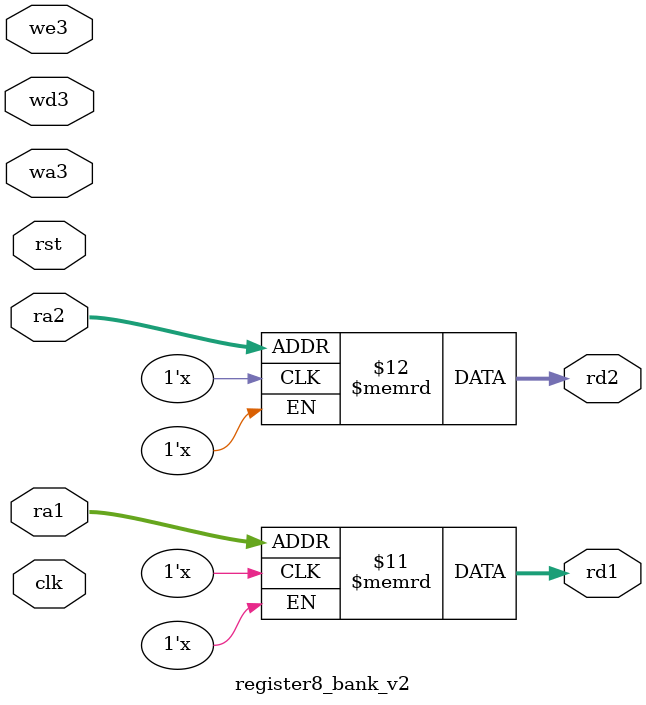
<source format=sv>
/* verilator lint_off DECLFILENAME */
`timescale 1ns/1ps
module register8_bank_v2(
    input logic clk, rst, we3,
    input logic [2:0]wa3,
    input logic [2:0]ra1, ra2,
    input logic [7:0]wd3,
    output logic [7:0] rd1, rd2

);

logic [7:0]X_in_word [7:0]; // Eight 8-bit arrays in a UNPACKED way a.k.a not in a contiguous interval of memory;
logic [7:0]X_out_word [7:0]; // Eight 8-bit arrays in a UNPACKED way a.k.a not in a contiguous interval of memory;

// logic [7:0] X1_in_word, X2_in_word, X3_in_word, X4_in_word, X5_in_word, X6_in_word, X7_in_word;
// logic [7:0] X0_out_word, X1_out_word, X2_out_word, X3_out_word, X4_out_word, X5_out_word, X6_out_word, X7_out_word;

// register8 X0(.clk(clk), .reset(rst), .in_word(8'b0), .out_word(X0_out_word));
// register8 X1(.clk(clk), .reset(rst), .in_word(X1_in_word), .out_word(X1_out_word));
// register8 X2(.clk(clk), .reset(rst), .in_word(X2_in_word), .out_word(X2_out_word));
// register8 X3(.clk(clk), .reset(rst), .in_word(X3_in_word), .out_word(X3_out_word));
// register8 X4(.clk(clk), .reset(rst), .in_word(X4_in_word), .out_word(X4_out_word));
// register8 X5(.clk(clk), .reset(rst), .in_word(X5_in_word), .out_word(X5_out_word));
// register8 X6(.clk(clk), .reset(rst), .in_word(X6_in_word), .out_word(X6_out_word));
// register8 X7(.clk(clk), .reset(rst), .in_word(X7_in_word), .out_word(X7_out_word));


genvar i;
generate
    for(i=0; i<8; i=i+1) begin
        register8 X(.clk(clk), .reset(rst), .in_word(X_in_word[i]), .out_word(X_out_word[i]));
    end
endgenerate



always_ff @(posedge clk) begin
    // if(~rst) 
    //     begin
    //         int ind;
    //         for(ind=0; ind<8; ind=ind+1) begin
    //             X_in_word[ind] <= 8'b0;
    //         end
    //     end
    
    
    if(~we3)
        X_in_word[wa3] <= wd3;
       /* begin
            case(wa3)
                // 3'b001:
                //     X1_in_word <= wd3;
                // 3'b010:
                //     X2_in_word <= wd3;
                // 3'b011:
                //     X3_in_word <= wd3;
                // 3'b100:
                //     X4_in_word <= wd3;
                // 3'b101:
                //     X5_in_word <= wd3;
                // 3'b110:
                //     X6_in_word <= wd3;
                // 3'b111:
                //     X7_in_word <= wd3;
                // default:
                //     X1_in_word <= wd3;
                3'b001:
                    X_in_word[1] <= wd3;
                3'b010:
                    X_in_word[2] <= wd3;
                3'b011:
                    X_in_word[3] <= wd3;
                3'b100:
                    X_in_word[4] <= wd3;
                3'b101:
                    X_in_word[5] <= wd3;
                3'b110:
                    X_in_word[6] <= wd3;
                3'b111:
                    X_in_word[7] <= wd3;
                default:
                    X_in_word[1] <= wd3;
            endcase
        end*/
end


always_comb 
begin
    rd1 = X_out_word[ra1];
    rd2 = X_out_word[ra2];


    /*
    case(ra1)
        3'b000:
            rd1 = X0_out_word;
        3'b001:
            rd1 = X1_out_word;
        3'b010:
            rd1 = X2_out_word;
        3'b011:
            rd1 = X3_out_word;
        3'b100:
            rd1 = X4_out_word;
        3'b101:
            rd1 = X5_out_word;
        3'b110:
            rd1 = X6_out_word;
        3'b111:
            rd1 = X7_out_word;
        default:
            rd1 = X0_out_word;
    endcase

    case(ra2)
        3'b000:
            rd2 = X0_out_word;
        3'b001:
            rd2 = X1_out_word;
        3'b010:
            rd2 = X2_out_word;
        3'b011:
            rd2 = X3_out_word;
        3'b100:
            rd2 = X4_out_word;
        3'b101:
            rd2 = X5_out_word;
        3'b110:
            rd2 = X6_out_word;
        3'b111:
            rd2 = X7_out_word;
        default:
            rd2 = X0_out_word;
    endcase 
    */

    /*
    case(ra1)
        3'b000:
            rd1 = X_out_word[0];
        3'b001:
            rd1 = X_out_word[1];
        3'b010:
            rd1 = X_out_word[2];
        3'b011:
            rd1 = X_out_word[3];
        3'b100:
            rd1 = X_out_word[4];
        3'b101:
            rd1 = X_out_word[5];
        3'b110:
            rd1 = X_out_word[6];
        3'b111:
            rd1 = X_out_word[7];
        default:
            rd1 = X_out_word[1];
    endcase

    case(ra2)
        3'b000:
            rd2 = X_out_word[0];
        3'b001:
            rd2 = X_out_word[1];
        3'b010:
            rd2 = X_out_word[2];
        3'b011:
            rd2 = X_out_word[3];
        3'b100:
            rd2 = X_out_word[4];
        3'b101:
            rd2 = X_out_word[5];
        3'b110:
            rd2 = X_out_word[6];
        3'b111:
            rd2 = X_out_word[7];
        default:
            rd2 = X_out_word[1];
    endcase */
    
end



endmodule

</source>
